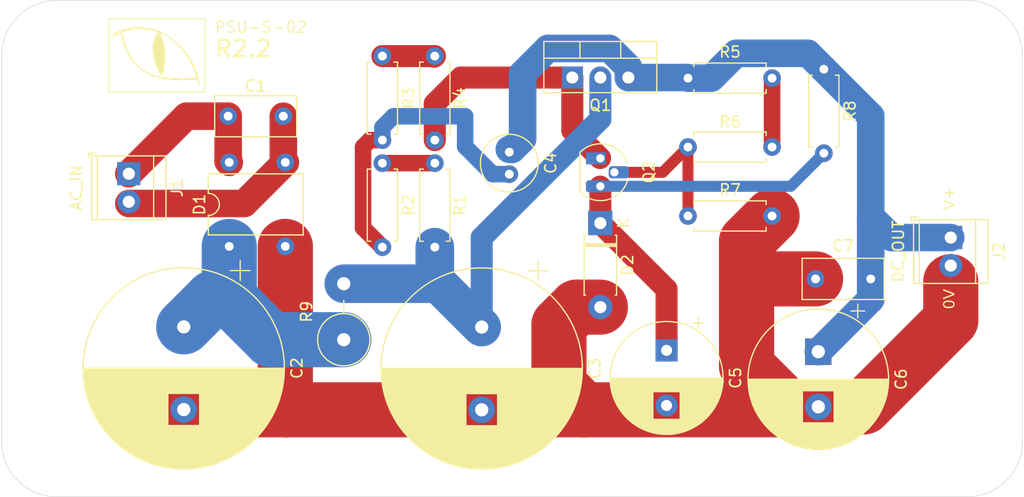
<source format=kicad_pcb>
(kicad_pcb (version 20241229) (generator "pcbnew") (generator_version "9.0")
  (layers (0 "F.Cu" signal) (2 "B.Cu" signal) (13 "F.Paste" user) (15 "B.Paste" user) (5 "F.SilkS" user "F.Silkscreen") (7 "B.SilkS" user "B.Silkscreen") (1 "F.Mask" user) (3 "B.Mask" user) (25 "Edge.Cuts" user))
  (net 0 "")
  (net 1 "AC_1")
  (net 2 "AC_2")
  (net 3 "Net-(D1-+)")
  (net 4 "GND")
  (net 5 "Net-(C4-Pad2)")
  (net 6 "V_OUT")
  (net 7 "Net-(D2-K)")
  (net 8 "Net-(Q1-B)")
  (net 9 "Net-(Q2-B)")
  (net 10 "Net-(R1-Pad2)")
  (net 11 "Net-(R3-Pad1)")
  (net 12 "Net-(R5-Pad2)")
  (net 13 "Net-(Q1-C)")
  (footprint "Resistor_THT:R_Axial_DIN0207_L6.3mm_D2.5mm_P7.62mm_Horizontal" (layer "F.Cu") (at 217.31 60.79 180)
    (property "Reference" "R6")
    (property "Value" "3k3" (hide yes))
  )
  (footprint "Capacitor_THT:C_Radial_D5.0mm_H11.0mm_P2.00mm" (layer "F.Cu") (at 193.5 61.25 -90)
    (property "Reference" "C4")
    (property "Value" "10u")
  )
  (footprint "Resistor_THT:R_Axial_DIN0207_L6.3mm_D2.5mm_P7.62mm_Horizontal" (layer "F.Cu") (at 209.69 67.04)
    (property "Reference" "R7")
    (property "Value" "10k" (hide yes))
  )
  (footprint "MountingHole:MountingHole_3.2mm_M3" (layer "F.Cu") (at 152.5 52.5)
    (property "Reference" "H1")
    (property "Value" "MountingHole")
  )
  (footprint "Capacitor_THT:CP_Radial_D10.0mm_P5.00mm" (layer "F.Cu") (at 207.75 79.232323 -90)
    (property "Reference" "C5")
    (property "Value" "100u" (hide yes))
  )
  (footprint "MountingHole:MountingHole_3.2mm_M3" (layer "F.Cu") (at 235 52.5)
    (property "Reference" "H2")
    (property "Value" "MountingHole")
  )
  (footprint "Capacitor_THT:C_Rect_L7.2mm_W3.5mm_P5.00mm_FKS2_FKP2_MKS2_MKP2" (layer "F.Cu") (at 173.024188 57.99 180)
    (property "Reference" "C1")
    (property "Value" "100n" (hide yes))
  )
  (footprint "Resistor_THT:R_Axial_DIN0414_L11.9mm_D4.5mm_P5.08mm_Vertical" (layer "F.Cu") (at 178.5 78.265 90)
    (property "Reference" "R9")
    (property "Value" "4R7")
  )
  (footprint "MountingHole:MountingHole_3.2mm_M3" (layer "F.Cu") (at 235 87.5)
    (property "Reference" "H4")
    (property "Value" "MountingHole")
  )
  (footprint "TerminalBlock_TE-Connectivity:TerminalBlock_TE_282834-2_1x02_P2.54mm_Horizontal" (layer "F.Cu") (at 233.5 69 -90)
    (property "Reference" "J2")
    (property "Value" "DC_OUT")
  )
  (footprint "Package_TO_SOT_THT:TO-92_HandSolder" (layer "F.Cu") (at 201.75 61.81 -90)
    (property "Reference" "Q2")
    (property "Value" "BC546B")
  )
  (footprint "Resistor_THT:R_Axial_DIN0207_L6.3mm_D2.5mm_P7.62mm_Horizontal" (layer "F.Cu") (at 186.75 69.87 90)
    (property "Reference" "R1")
    (property "Value" "680R" (hide yes))
  )
  (footprint "Diode_THT:Diode_Bridge_DIP-4_W7.62mm_P5.08mm" (layer "F.Cu") (at 168.124188 69.8 90)
    (property "Reference" "D1")
    (property "Value" "B80C800DM")
  )
  (footprint "Capacitor_THT:CP_Radial_D18.0mm_P7.50mm" (layer "F.Cu") (at 164 77.1 -90)
    (property "Reference" "C2")
    (property "Value" "2200u" (hide yes))
  )
  (footprint "TerminalBlock_TE-Connectivity:TerminalBlock_TE_282834-2_1x02_P2.54mm_Horizontal" (layer "F.Cu") (at 159.024188 63.21 -90)
    (property "Reference" "J1")
    (property "Value" "AC_IN")
  )
  (footprint "Resistor_THT:R_Axial_DIN0207_L6.3mm_D2.5mm_P7.62mm_Horizontal" (layer "F.Cu") (at 182 62.25 -90)
    (property "Reference" "R2")
    (property "Value" "120R" (hide yes))
  )
  (footprint "Capacitor_THT:CP_Radial_D12.5mm_P5.00mm" (layer "F.Cu") (at 221.5 79.35 -90)
    (property "Reference" "C6")
    (property "Value" "470u")
  )
  (footprint "Resistor_THT:R_Axial_DIN0207_L6.3mm_D2.5mm_P7.62mm_Horizontal" (layer "F.Cu") (at 222 53.73 -90)
    (property "Reference" "R8")
    (property "Value" "1k2")
  )
  (footprint "MountingHole:MountingHole_3.2mm_M3" (layer "F.Cu") (at 152.5 87.5)
    (property "Reference" "H3")
    (property "Value" "MountingHole")
  )
  (footprint "Capacitor_THT:CP_Radial_D18.0mm_P7.50mm" (layer "F.Cu") (at 191 77.12222 -90)
    (property "Reference" "C3")
    (property "Value" "2200u" (hide yes))
  )
  (footprint "Resistor_THT:R_Axial_DIN0207_L6.3mm_D2.5mm_P7.62mm_Horizontal" (layer "F.Cu") (at 209.69 54.54)
    (property "Reference" "R5")
    (property "Value" "5k6" (hide yes))
  )
  (footprint "Diode_THT:D_DO-41_SOD81_P7.62mm_Horizontal" (layer "F.Cu") (at 201.75 67.69 -90)
    (property "Reference" "D2")
    (property "Value" "12V")
  )
  (footprint "Package_TO_SOT_THT:TO-220-3_Vertical" (layer "F.Cu") (at 199.21 54.485)
    (property "Reference" "Q1")
    (property "Value" "TIP122" (hide yes))
  )
  (footprint "Capacitor_THT:C_Rect_L7.2mm_W3.5mm_P5.00mm_FKS2_FKP2_MKS2_MKP2" (layer "F.Cu") (at 226.25 72.75 180)
    (property "Reference" "C7")
    (property "Value" "100n" (hide yes))
  )
  (footprint "Resistor_THT:R_Axial_DIN0207_L6.3mm_D2.5mm_P7.62mm_Horizontal" (layer "F.Cu") (at 182 52.54 -90)
    (property "Reference" "R3")
    (property "Value" "120R" (hide yes))
  )
  (footprint "Resistor_THT:R_Axial_DIN0207_L6.3mm_D2.5mm_P7.62mm_Horizontal" (layer "F.Cu") (at 186.75 60.16 90)
    (property "Reference" "R4")
    (property "Value" "680R" (hide yes))
  )
  (gr_poly (pts (xy 161.822427 50.415207) (xy 161.822385 50.415537) (xy 161.822353 50.415871) (xy 161.822312 50.416547) (xy 161.822284 50.417227) (xy 161.82225 50.417906) (xy 161.822223 50.418242) (xy 161.822188 50.418575) (xy 161.82214 50.418904) (xy 161.822078 50.419228) (xy 161.822 50.419546) (xy 161.821902 50.419858) (xy 161.821782 50.420163) (xy 161.821637 50.42046) (xy 161.821253 50.421065) (xy 161.820678 50.421831) (xy 161.819938 50.422733) (xy 161.819061 50.423745) (xy 161.817011 50.426) (xy 161.814749 50.42839) (xy 161.810477 50.432766) (xy 161.808025 50.435245) (xy 161.79985 50.443837) (xy 161.791745 50.452495) (xy 161.775623 50.469894) (xy 161.764198 50.482458) (xy 161.753039 50.495247) (xy 161.742136 50.508248) (xy 161.731478 50.521449) (xy 161.721055 50.534836) (xy 161.710856 50.548397) (xy 161.70087 50.562119) (xy 161.691087 50.57599) (xy 161.678491 50.594827) (xy 161.666251 50.613891) (xy 161.654336 50.63316) (xy 161.642712 50.652609) (xy 161.631349 50.672213) (xy 161.620212 50.691949) (xy 161.598492 50.731714) (xy 161.586382 50.754606) (xy 161.574901 50.777796) (xy 161.56397 50.801244) (xy 161.553511 50.824909) (xy 161.543445 50.84875) (xy 161.533692 50.872726) (xy 161.514815 50.92092) (xy 161.504716 50.947578) (xy 161.495272 50.974451) (xy 161.486399 51.001508) (xy 161.47801 51.028721) (xy 161.470021 51.056059) (xy 161.462347 51.083493) (xy 161.447602 51.138524) (xy 161.440231 51.167356) (xy 161.433408 51.196312) (xy 161.427108 51.225381) (xy 161.421304 51.254552) (xy 161.41597 51.283813) (xy 161.41108 51.313154) (xy 161.406606 51.342563) (xy 161.402524 51.372029) (xy 161.387867 51.488895) (xy 161.37385 51.60584) (xy 161.370696 51.636145) (xy 161.36802 51.666485) (xy 161.365768 51.696855) (xy 161.363887 51.727251) (xy 161.361028 51.788097) (xy 161.359024 51.848981) (xy 161.358154 51.881748) (xy 161.357919 51.914514) (xy 161.358242 51.947277) (xy 161.359046 51.980034) (xy 161.361786 52.045519) (xy 161.36552 52.11095) (xy 161.369888 52.175343) (xy 161.375356 52.239647) (xy 161.381862 52.303853) (xy 161.389341 52.367956) (xy 161.393068 52.399554) (xy 161.397136 52.431101) (xy 161.406133 52.494068) (xy 161.416016 52.556904) (xy 161.426466 52.619657) (xy 161.437316 52.681204) (xy 161.449139 52.742557) (xy 161.462086 52.803678) (xy 161.469026 52.834139) (xy 161.476303 52.864527) (xy 161.483809 52.895524) (xy 161.491697 52.926419) (xy 161.499942 52.957216) (xy 161.508518 52.987921) (xy 161.526565 53.049078) (xy 161.545636 53.109931) (xy 161.555066 53.138901) (xy 161.564808 53.167759) (xy 161.585121 53.225181) (xy 161.606362 53.282268) (xy 161.628315 53.339093) (xy 161.671355 53.445432) (xy 161.714774 53.551616) (xy 161.755021 53.648068) (xy 161.775485 53.696149) (xy 161.796392 53.744041) (xy 161.815729 53.7881) (xy 161.835581 53.831935) (xy 161.855914 53.875549) (xy 161.876697 53.918945) (xy 161.885771 53.938331) (xy 161.895077 53.957597) (xy 161.904596 53.976753) (xy 161.914309 53.995809) (xy 161.934244 54.03366) (xy 161.954731 54.071234) (xy 161.963297 54.086723) (xy 161.972004 54.102129) (xy 161.989771 54.132734) (xy 162.0079 54.163128) (xy 162.026258 54.193388) (xy 162.027042 54.194901) (xy 162.02855 54.197383) (xy 162.033264 54.204689) (xy 162.039449 54.21417) (xy 162.046154 54.224687) (xy 162.052428 54.235103) (xy 162.055105 54.239917) (xy 162.057319 54.24428) (xy 162.058949 54.248049) (xy 162.059508 54.249666) (xy 162.059877 54.251081) (xy 162.060041 54.252277) (xy 162.059984 54.253235) (xy 162.059693 54.253938) (xy 162.059151 54.254368) (xy 162.057957 54.254763) (xy 162.056503 54.255045) (xy 162.052894 54.255293) (xy 162.048479 54.255167) (xy 162.043414 54.254718) (xy 162.037854 54.254) (xy 162.031953 54.253064) (xy 162.019748 54.250753) (xy 162.00804 54.248205) (xy 161.998067 54.245842) (xy 161.988287 54.243356) (xy 161.960917 54.231247) (xy 161.908841 54.199975) (xy 161.893881 54.190663) (xy 161.879621 54.181467) (xy 161.866797 54.172744) (xy 161.861155 54.168671) (xy 161.856148 54.16485) (xy 161.852203 54.161494) (xy 161.84853 54.157906) (xy 161.8451 54.154111) (xy 161.841884 54.150134) (xy 161.838856 54.146001) (xy 161.835984 54.141737) (xy 161.833243 54.137366) (xy 161.830602 54.132915) (xy 161.820476 54.114809) (xy 161.815277 54.105928) (xy 161.812544 54.101619) (xy 161.809683 54.097432) (xy 161.791951 54.067149) (xy 161.774561 54.03667) (xy 161.757472 54.00602) (xy 161.740645 53.975225) (xy 161.720978 53.937425) (xy 161.70188 53.899335) (xy 161.683235 53.86102) (xy 161.664926 53.822545) (xy 161.625198 53.735202) (xy 161.605594 53.691414) (xy 161.58624 53.647513) (xy 161.546648 53.552087) (xy 161.527267 53.504206) (xy 161.50838 53.456125) (xy 161.46843 53.351832) (xy 161.448951 53.299499) (xy 161.43005 53.246953) (xy 161.409671 53.190401) (xy 161.389938 53.133621) (xy 161.371074 53.076549) (xy 161.362038 53.047884) (xy 161.353302 53.019121) (xy 161.335588 52.958476) (xy 161.318922 52.897538) (xy 161.311064 52.866945) (xy 161.303565 52.836261) (xy 161.296458 52.805482) (xy 161.289777 52.774601) (xy 161.277531 52.713794) (xy 161.265626 52.652917) (xy 161.254553 52.591889) (xy 161.249482 52.561293) (xy 161.244802 52.53063) (xy 161.236243 52.468505) (xy 161.228501 52.406269) (xy 161.221571 52.343938) (xy 161.215445 52.281525) (xy 161.205284 52.153956) (xy 161.200599 52.090144) (xy 161.196871 52.026262) (xy 161.193585 51.960441) (xy 161.191322 51.894586) (xy 161.190681 51.861647) (xy 161.190425 51.828703) (xy 161.190598 51.795752) (xy 161.191241 51.762797) (xy 161.194034 51.701815) (xy 161.197867 51.640891) (xy 161.202749 51.580041) (xy 161.208691 51.519281) (xy 161.215787 51.461336) (xy 161.219694 51.432409) (xy 161.223962 51.40354) (xy 161.22868 51.374746) (xy 161.233938 51.346048) (xy 161.239826 51.317464) (xy 161.246436 51.289014) (xy 161.259447 51.23144) (xy 161.272932 51.173981) (xy 161.287353 51.116756) (xy 161.295058 51.088268) (xy 161.30317 51.059881) (xy 161.319967 51.005361) (xy 161.337758 50.951169) (xy 161.356554 50.897316) (xy 161.376365 50.843812) (xy 161.395676 50.795287) (xy 161.405701 50.771183) (xy 161.416024 50.74721) (xy 161.426685 50.723387) (xy 161.437722 50.699733) (xy 161.449174 50.676266) (xy 161.461081 50.653006) (xy 161.482732 50.61269) (xy 161.493802 50.592668) (xy 161.505077 50.572762) (xy 161.516588 50.552993) (xy 161.528364 50.533381) (xy 161.540437 50.513945) (xy 161.552836 50.494706) (xy 161.562597 50.480474) (xy 161.572469 50.466342) (xy 161.582507 50.452348) (xy 161.592769 50.438532) (xy 161.603311 50.424933) (xy 161.61419 50.41159) (xy 161.625462 50.398544) (xy 161.631264 50.392144) (xy 161.637185 50.385833) (xy 161.641995 50.380439) (xy 161.647756 50.373845) (xy 161.654203 50.366532) (xy 161.661069 50.358984) (xy 161.664575 50.355273) (xy 161.668087 50.351684) (xy 161.671571 50.348278) (xy 161.674993 50.345115) (xy 161.67832 50.342255) (xy 161.681519 50.339759) (xy 161.684557 50.337688) (xy 161.686004 50.33683) (xy 161.687399 50.336101) (xy 161.68791 50.335868) (xy 161.68843 50.335658) (xy 161.688956 50.335468) (xy 161.68949 50.335297) (xy 161.69003 50.335141) (xy 161.690574 50.334999) (xy 161.691675 50.334746) (xy 161.693896 50.334295) (xy 161.695004 50.33406) (xy 161.6961 50.333794)) (stroke (width -0.000001)) (fill yes) (layer "F.SilkS"))
  (gr_poly (pts (xy 162.033788 54.129899) (xy 162.034729 54.130872) (xy 162.035641 54.131874) (xy 162.036524 54.132904) (xy 162.037378 54.13396) (xy 162.038203 54.13504) (xy 162.039 54.136143) (xy 162.039768 54.137268) (xy 162.040507 54.138413) (xy 162.041216 54.139576) (xy 162.041897 54.140755) (xy 162.042549 54.141951) (xy 162.043172 54.14316) (xy 162.043765 54.144381) (xy 162.04433 54.145613) (xy 162.044865 54.146855) (xy 162.045371 54.148104) (xy 162.050089 54.154025) (xy 162.05477 54.15997) (xy 162.057067 54.162975) (xy 162.05932 54.166012) (xy 162.061518 54.16909) (xy 162.063648 54.17222) (xy 162.064679 54.173356) (xy 162.065666 54.174523) (xy 162.066612 54.175717) (xy 162.067518 54.176938) (xy 162.06839 54.178182) (xy 162.069228 54.179447) (xy 162.070036 54.180733) (xy 162.070818 54.182035) (xy 162.072312 54.184685) (xy 162.073733 54.187379) (xy 162.076454 54.192834) (xy 162.077445 54.194581) (xy 162.078475 54.196315) (xy 162.079538 54.198036) (xy 162.080631 54.199743) (xy 162.081749 54.201436) (xy 162.082889 54.203113) (xy 162.084045 54.204774) (xy 162.085214 54.206418) (xy 162.088342 54.211433) (xy 162.089923 54.213924) (xy 162.09073 54.21516) (xy 162.091554 54.216388) (xy 162.091991 54.217187) (xy 162.092437 54.217981) (xy 162.093337 54.219567) (xy 162.09378 54.220363) (xy 162.094213 54.221165) (xy 162.094629 54.221976) (xy 162.095023 54.222798) (xy 162.095161 54.223109) (xy 162.095306 54.223416) (xy 162.095459 54.223718) (xy 162.095619 54.224017) (xy 162.095785 54.224312) (xy 162.095958 54.224604) (xy 162.096137 54.224893) (xy 162.096321 54.225178) (xy 162.096703 54.225741) (xy 162.097102 54.226294) (xy 162.097513 54.226839) (xy 162.097933 54.227378) (xy 162.098227 54.227811) (xy 162.098428 54.228178) (xy 162.098542 54.228481) (xy 162.098575 54.228725) (xy 162.098532 54.228913) (xy 162.098418 54.229047) (xy 162.098239 54.229132) (xy 162.098 54.229172) (xy 162.097707 54.229169) (xy 162.097366 54.229127) (xy 162.096558 54.22894) (xy 162.09562 54.228639) (xy 162.094596 54.228252) (xy 162.093529 54.227806) (xy 162.092462 54.22733) (xy 162.090505 54.226395) (xy 162.088513 54.225378) (xy 162.05295 54.209832) (xy 161.998237 54.185552) (xy 161.96617 54.171205) (xy 161.91099 54.146319) (xy 161.875063 54.12988) (xy 161.874507 54.12963) (xy 161.873829 54.129352) (xy 161.872185 54.128708) (xy 161.870287 54.12794) (xy 161.869291 54.127508) (xy 161.868289 54.127042) (xy 161.8673 54.126542) (xy 161.866345 54.126007) (xy 161.865442 54.125435) (xy 161.86461 54.124826) (xy 161.864228 54.124507) (xy 161.86387 54.124179) (xy 161.86354 54.123841) (xy 161.86324 54.123493) (xy 161.862973 54.123135) (xy 161.86274 54.122767) (xy 161.862545 54.122389) (xy 161.862389 54.122) (xy 161.862321 54.12172) (xy 161.862245 54.121444) (xy 161.86216 54.121171) (xy 161.862068 54.120901) (xy 161.861968 54.120633) (xy 161.86186 54.120369) (xy 161.861746 54.120108) (xy 161.861626 54.119849) (xy 161.8615 54.119593) (xy 161.861368 54.11934) (xy 161.861231 54.119089) (xy 161.861089 54.11884) (xy 161.860791 54.118351) (xy 161.860479 54.11787) (xy 161.859987 54.117074) (xy 161.859512 54.116268) (xy 161.859049 54.115455) (xy 161.858596 54.114637) (xy 161.856802 54.11136) (xy 161.856317 54.110193) (xy 161.855808 54.109039) (xy 161.855282 54.107893) (xy 161.854743 54.106753) (xy 161.853652 54.104478) (xy 161.85258 54.10219) (xy 161.85191 54.10036) (xy 161.851192 54.098545) (xy 161.849704 54.094928) (xy 161.848978 54.093112) (xy 161.848294 54.091281) (xy 161.847974 54.090358) (xy 161.847674 54.089428) (xy 161.847395 54.08849) (xy 161.84714 54.087544) (xy 161.845536 54.083278) (xy 161.844763 54.081112) (xy 161.844405 54.08002) (xy 161.844074 54.078923) (xy 161.843775 54.077821) (xy 161.843516 54.076713) (xy 161.843302 54.075599) (xy 161.843138 54.07448) (xy 161.843032 54.073354) (xy 161.842989 54.072223) (xy 161.843015 54.071086) (xy 161.843116 54.069944) (xy 161.843158 54.068879) (xy 161.843231 54.067828) (xy 161.843332 54.066789) (xy 161.843461 54.065761) (xy 161.843617 54.064743) (xy 161.843798 54.063734) (xy 161.844004 54.062733) (xy 161.844234 54.061737) (xy 161.844486 54.060748) (xy 161.84476 54.059761) (xy 161.84537 54.057796) (xy 161.846054 54.055832) (xy 161.846804 54.05386) (xy 161.846588 54.052637) (xy 161.846417 54.051489) (xy 161.846294 54.05041) (xy 161.846223 54.049392) (xy 161.846208 54.048426) (xy 161.846251 54.047506) (xy 161.846296 54.047061) (xy 161.846357 54.046624) (xy 161.846435 54.046195) (xy 161.84653 54.045773) (xy 161.846641 54.045357) (xy 161.846771 54.044945) (xy 161.846919 54.044537) (xy 161.847086 54.044132) (xy 161.847272 54.043729) (xy 161.847477 54.043328) (xy 161.847703 54.042926) (xy 161.847948 54.042524) (xy 161.848215 54.042119) (xy 161.848504 54.041713) (xy 161.849146 54.040887) (xy 161.849879 54.040039) (xy 161.850706 54.039162)) (stroke (width -0.000001)) (fill yes) (layer "F.SilkS"))
  (gr_poly (pts (xy 159.931836 49.946699) (xy 159.972003 49.947217) (xy 159.972006 49.947217) (xy 160.032257 49.948655) (xy 160.092499 49.950834) (xy 160.21294 49.957164) (xy 160.333295 49.965704) (xy 160.453527 49.97595) (xy 160.554331 49.987468) (xy 160.654887 50.001142) (xy 160.755196 50.01686) (xy 160.855258 50.034505) (xy 160.95507 50.053966) (xy 161.054634 50.075126) (xy 161.153948 50.097873) (xy 161.253012 50.122093) (xy 161.342015 50.145457) (xy 161.43028 50.171656) (xy 161.517863 50.200446) (xy 161.604819 50.231585) (xy 161.691205 50.264827) (xy 161.777075 50.299929) (xy 161.862486 50.336648) (xy 161.947492 50.374739) (xy 162.023236 50.411223) (xy 162.0981 50.449874) (xy 162.172174 50.490442) (xy 162.245551 50.532675) (xy 162.318322 50.576325) (xy 162.390579 50.621141) (xy 162.533917 50.713271) (xy 162.619875 50.768574) (xy 162.705075 50.825297) (xy 162.789526 50.883417) (xy 162.873236 50.942907) (xy 162.956215 51.003742) (xy 163.038472 51.065898) (xy 163.120015 51.129348) (xy 163.200853 51.194069) (xy 163.257141 51.241127) (xy 163.31285 51.289069) (xy 163.368003 51.337848) (xy 163.422623 51.387419) (xy 163.476732 51.437736) (xy 163.530354 51.488752) (xy 163.583511 51.540423) (xy 163.636227 51.592701) (xy 163.687311 51.645042) (xy 163.737736 51.698193) (xy 163.787549 51.75209) (xy 163.8368 51.806671) (xy 163.885534 51.86187) (xy 163.933801 51.917627) (xy 164.029123 52.030555) (xy 164.075835 52.087475) (xy 164.121915 52.145071) (xy 164.167433 52.203263) (xy 164.212457 52.261972) (xy 164.301301 52.380625) (xy 164.388998 52.500397) (xy 164.432536 52.561082) (xy 164.474531 52.623083) (xy 164.515173 52.686229) (xy 164.554652 52.750353) (xy 164.593159 52.815284) (xy 164.630882 52.880854) (xy 164.704741 53.013234) (xy 164.774708 53.147638) (xy 164.842509 53.283516) (xy 164.908606 53.420523) (xy 164.973458 53.558317) (xy 164.99906 53.614774) (xy 165.024097 53.671549) (xy 165.072548 53.786) (xy 165.118958 53.901577) (xy 165.163473 54.018185) (xy 165.18129 54.068078) (xy 165.198059 54.118447) (xy 165.213887 54.16923) (xy 165.228883 54.220363) (xy 165.243153 54.271784) (xy 165.256806 54.323432) (xy 165.282691 54.427153) (xy 165.303337 54.516045) (xy 165.324544 54.604759) (xy 165.367181 54.782118) (xy 165.401705 54.938142) (xy 165.418222 55.016356) (xy 165.43374 55.094864) (xy 165.444282 55.149227) (xy 165.437682 55.146821) (xy 165.431101 55.144343) (xy 165.424542 55.141791) (xy 165.418004 55.139158) (xy 165.411488 55.13644) (xy 165.404997 55.133633) (xy 165.39853 55.130731) (xy 165.392089 55.12773) (xy 165.371817 55.118279) (xy 165.351658 55.108548) (xy 165.341633 55.103537) (xy 165.331651 55.098409) (xy 165.321717 55.093146) (xy 165.311835 55.087733) (xy 165.305993 55.084322) (xy 165.29266 55.016264) (xy 165.275692 54.937072) (xy 165.257589 54.858238) (xy 165.219952 54.700986) (xy 165.19813 54.611198) (xy 165.175541 54.521664) (xy 165.12926 54.342972) (xy 165.100999 54.238653) (xy 165.086281 54.186701) (xy 165.070976 54.134986) (xy 165.054937 54.083583) (xy 165.038017 54.032567) (xy 165.02007 53.98201) (xy 165.000948 53.931989) (xy 164.954435 53.815085) (xy 164.906252 53.699103) (xy 164.856208 53.584183) (xy 164.830428 53.527166) (xy 164.804112 53.470467) (xy 164.73879 53.33317) (xy 164.672754 53.196318) (xy 164.605037 53.060593) (xy 164.570246 52.993366) (xy 164.534672 52.926676) (xy 164.496951 52.859686) (xy 164.458527 52.793271) (xy 164.419307 52.727515) (xy 164.3792 52.662504) (xy 164.338115 52.598323) (xy 164.29596 52.535058) (xy 164.252644 52.472794) (xy 164.208076 52.411616) (xy 164.119651 52.291977) (xy 164.030148 52.173391) (xy 163.984805 52.114709) (xy 163.938969 52.056548) (xy 163.892563 51.998995) (xy 163.845514 51.942136) (xy 163.797955 51.885683) (xy 163.750015 51.829671) (xy 163.701652 51.774162) (xy 163.652818 51.719215) (xy 163.60347 51.664889) (xy 163.553564 51.611246) (xy 163.503053 51.558345) (xy 163.451894 51.506245) (xy 163.399231 51.454482) (xy 163.346187 51.403242) (xy 163.292724 51.352594) (xy 163.238803 51.302609) (xy 163.184385 51.253353) (xy 163.129431 51.204898) (xy 163.073903 51.157311) (xy 163.017761 51.110662) (xy 162.958308 51.062925) (xy 162.898583 51.015717) (xy 162.838424 50.969252) (xy 162.777672 50.923749) (xy 162.735849 50.893232) (xy 162.714859 50.878126) (xy 162.693802 50.863132) (xy 162.685256 50.857217) (xy 162.676622 50.851449) (xy 162.659239 50.840108) (xy 162.650565 50.834411) (xy 162.641954 50.828613) (xy 162.633444 50.822653) (xy 162.625071 50.816469) (xy 162.495966 50.733805) (xy 162.430921 50.693553) (xy 162.365444 50.654292) (xy 162.299453 50.616228) (xy 162.23287 50.579566) (xy 162.165616 50.544511) (xy 162.09761 50.511268) (xy 162.012592 50.472436) (xy 161.927136 50.435024) (xy 161.841191 50.399266) (xy 161.754709 50.3654) (xy 161.667639 50.33366) (xy 161.579932 50.304283) (xy 161.491538 50.277503) (xy 161.402407 50.253557) (xy 161.302931 50.228519) (xy 161.203202 50.204983) (xy 161.10322 50.183046) (xy 161.002984 50.162806) (xy 160.902491 50.144359) (xy 160.80174 50.127803) (xy 160.70073 50.113234) (xy 160.599458 50.100751) (xy 160.491849 50.090637) (xy 160.384136 50.08174) (xy 160.276341 50.074424) (xy 160.168481 50.069055) (xy 160.060575 50.065997) (xy 159.952643 50.065616) (xy 159.844702 50.068277) (xy 159.736772 50.074344) (xy 159.635045 50.083125) (xy 159.533358 50.093001) (xy 159.43177 50.104261) (xy 159.330341 50.117196) (xy 159.229132 50.132096) (xy 159.128201 50.149252) (xy 159.027609 50.168955) (xy 158.927416 50.191494) (xy 158.767844 50.234175) (xy 158.688358 50.256961) (xy 158.609199 50.281123) (xy 158.530458 50.306972) (xy 158.45223 50.334817) (xy 158.374609 50.364968) (xy 158.297687 50.397735) (xy 158.185509 50.447862) (xy 158.12981 50.473958) (xy 158.074501 50.501064) (xy 158.019679 50.529419) (xy 157.965442 50.559264) (xy 157.911886 50.59084) (xy 157.859109 50.624387) (xy 157.833874 50.642439) (xy 157.808783 50.660722) (xy 157.783891 50.67933) (xy 157.759255 50.698358) (xy 157.734931 50.7179) (xy 157.710975 50.73805) (xy 157.687443 50.758903) (xy 157.664392 50.780553) (xy 157.572201 50.71849) (xy 157.580554 50.704679) (xy 157.589454 50.691375) (xy 157.598856 50.678544) (xy 157.608716 50.666156) (xy 157.618988 50.654181) (xy 157.629628 50.642586) (xy 157.640592 50.631341) (xy 157.651835 50.620414) (xy 157.663312 50.609774) (xy 157.674978 50.599391) (xy 157.698701 50.579267) (xy 157.746454 50.540723) (xy 157.771112 50.521758) (xy 157.796123 50.5035) (xy 157.821462 50.485905) (xy 157.847105 50.468931) (xy 157.873027 50.452535) (xy 157.899203 50.436675) (xy 157.952221 50.406395) (xy 158.005959 50.377752) (xy 158.060222 50.350407) (xy 158.114811 50.324022) (xy 158.169529 50.298257) (xy 158.245195 50.263314) (xy 158.321721 50.23139) (xy 158.398991 50.202129) (xy 158.476889 50.175173) (xy 158.555298 50.150168) (xy 158.634104 50.126755) (xy 158.713188 50.104579) (xy 158.792437 50.083282) (xy 158.891909 50.059271) (xy 158.991845 50.038392) (xy 159.092171 50.020288) (xy 159.192816 50.004599) (xy 159.293707 49.990969) (xy 159.394774 49.979038) (xy 159.597142 49.958845) (xy 159.650672 49.954691) (xy 159.704221 49.951442) (xy 159.75778 49.949052) (xy 159.811341 49.947477) (xy 159.851508 49.946807) (xy 159.891672 49.946555)) (stroke (width 0.064768)) (fill yes) (layer "F.SilkS"))
  (gr_poly (pts (xy 165.908168 55.815126) (xy 157.201015 55.815126) (xy 157.201015 49.155589) (xy 165.908168 49.155589)) (stroke (width 0.076499)) (fill no) (layer "F.SilkS"))
  (gr_poly (pts (xy 161.743159 50.490874) (xy 161.752731 50.491565) (xy 161.761904 50.492906) (xy 161.77069 50.494869) (xy 161.779101 50.497424) (xy 161.787149 50.500545) (xy 161.794845 50.504203) (xy 161.802201 50.50837) (xy 161.80923 50.513018) (xy 161.815944 50.51812) (xy 161.822353 50.523646) (xy 161.82847 50.529569) (xy 161.834308 50.535861) (xy 161.845191 50.549441) (xy 161.855096 50.564159) (xy 161.86412 50.579792) (xy 161.872356 50.596117) (xy 161.879902 50.612907) (xy 161.886851 50.62994) (xy 161.893299 50.64699) (xy 161.905072 50.680247) (xy 161.955083 50.832681) (xy 162.001949 50.986226) (xy 162.0454 51.140822) (xy 162.085163 51.296407) (xy 162.120968 51.452921) (xy 162.152541 51.610304) (xy 162.179613 51.768494) (xy 162.20191 51.927432) (xy 162.211978 52.049337) (xy 162.219181 52.171441) (xy 162.223781 52.293691) (xy 162.226038 52.416035) (xy 162.226213 52.538419) (xy 162.224568 52.660792) (xy 162.216859 52.905291) (xy 162.192252 53.167934) (xy 162.17847 53.299226) (xy 162.162897 53.430303) (xy 162.144931 53.561018) (xy 162.123966 53.691223) (xy 162.099401 53.820772) (xy 162.07063 53.949518) (xy 162.068832 53.960197) (xy 162.066152 53.97041) (xy 162.062641 53.980143) (xy 162.058347 53.989388) (xy 162.05332 53.998134) (xy 162.047609 54.00637) (xy 162.041263 54.014085) (xy 162.034332 54.021269) (xy 162.026864 54.027912) (xy 162.01891 54.034002) (xy 162.010519 54.03953) (xy 162.001739 54.044485) (xy 161.99262 54.048856) (xy 161.983211 54.052632) (xy 161.973562 54.055804) (xy 161.963722 54.05836) (xy 161.953741 54.06029) (xy 161.943666 54.061584) (xy 161.933549 54.06223) (xy 161.923437 54.062219) (xy 161.913381 54.061539) (xy 161.903429 54.060181) (xy 161.893631 54.058134) (xy 161.884036 54.055387) (xy 161.874694 54.051929) (xy 161.865654 54.04775) (xy 161.856964 54.04284) (xy 161.848675 54.037187) (xy 161.840836 54.030783) (xy 161.833495 54.023614) (xy 161.826703 54.015673) (xy 161.820508 54.006946) (xy 161.783565 53.933565) (xy 161.748211 53.85937) (xy 161.714233 53.784489) (xy 161.681418 53.709048) (xy 161.618429 53.556991) (xy 161.557544 53.404214) (xy 161.521356 53.309641) (xy 161.487653 53.21418) (xy 161.456432 53.117894) (xy 161.42769 53.020847) (xy 161.401423 52.923104) (xy 161.37763 52.824728) (xy 161.356306 52.725783) (xy 161.337449 52.626333) (xy 161.321056 52.526441) (xy 161.307123 52.426172) (xy 161.295649 52.32559) (xy 161.286629 52.224758) (xy 161.28006 52.12374) (xy 161.275941 52.022601) (xy 161.274267 51.921404) (xy 161.275036 51.820212) (xy 161.284413 51.676895) (xy 161.297707 51.533233) (xy 161.316087 51.389942) (xy 161.327549 51.31866) (xy 161.34072 51.247739) (xy 161.355746 51.177268) (xy 161.372773 51.107338) (xy 161.391946 51.038038) (xy 161.413413 50.969457) (xy 161.437319 50.901685) (xy 161.463809 50.834811) (xy 161.493031 50.768925) (xy 161.525129 50.704116) (xy 161.534612 50.68885) (xy 161.543856 50.672728) (xy 161.562163 50.638878) (xy 161.571491 50.621629) (xy 161.581113 50.604484) (xy 161.591163 50.587684) (xy 161.601772 50.571467) (xy 161.607328 50.563653) (xy 161.613074 50.556075) (xy 161.619026 50.548762) (xy 161.625202 50.541746) (xy 161.631618 50.535055) (xy 161.63829 50.528721) (xy 161.645235 50.522772) (xy 161.652469 50.517239) (xy 161.66001 50.512153) (xy 161.667874 50.507542) (xy 161.676077 50.503437) (xy 161.684637 50.499867) (xy 161.693569 50.496864) (xy 161.702891 50.494457) (xy 161.712619 50.492675) (xy 161.72277 50.49155) (xy 161.733176 50.490859)) (stroke (width -0.000001)) (fill yes) (layer "F.SilkS"))
  (gr_poly (pts (xy 161.874856 54.118238) (xy 161.8755 54.118362) (xy 161.876145 54.11847) (xy 161.876792 54.118563) (xy 161.878089 54.118713) (xy 161.87939 54.118823) (xy 161.880693 54.118904) (xy 161.881997 54.11897) (xy 161.884604 54.119098) (xy 161.884994 54.119273) (xy 161.885403 54.119446) (xy 161.885828 54.119613) (xy 161.886266 54.119774) (xy 161.886714 54.119926) (xy 161.88717 54.120066) (xy 161.887632 54.120194) (xy 161.888097 54.120307) (xy 161.888562 54.120404) (xy 161.889025 54.120481) (xy 161.889484 54.120538) (xy 161.889935 54.120571) (xy 161.890376 54.12058) (xy 161.890804 54.120562) (xy 161.891218 54.120515) (xy 161.891614 54.120437) (xy 161.892388 54.120004) (xy 161.89307 54.119653) (xy 161.893381 54.119508) (xy 161.893674 54.119383) (xy 161.893951 54.119277) (xy 161.894214 54.119191) (xy 161.894464 54.119124) (xy 161.894704 54.119075) (xy 161.894934 54.119046) (xy 161.895158 54.119034) (xy 161.895375 54.11904) (xy 161.89559 54.119064) (xy 161.895802 54.119106) (xy 161.896014 54.119164) (xy 161.896227 54.119239) (xy 161.896444 54.119331) (xy 161.896665 54.119439) (xy 161.896894 54.119562) (xy 161.897378 54.119857) (xy 161.897911 54.120211) (xy 161.899177 54.121092) (xy 161.899938 54.121614) (xy 161.900804 54.122188) (xy 161.901858 54.12286) (xy 161.90292 54.123521) (xy 161.90506 54.124819) (xy 161.909353 54.127398) (xy 161.938994 54.146272) (xy 161.982544 54.173639) (xy 162.005768 54.188515) (xy 162.047125 54.217039) (xy 162.051232 54.220015) (xy 162.05602 54.223664) (xy 162.073983 54.237656) (xy 162.075322 54.238955) (xy 162.076634 54.240183) (xy 162.079057 54.24242) (xy 162.080108 54.243424) (xy 162.081011 54.244351) (xy 162.081738 54.245197) (xy 162.082026 54.24559) (xy 162.082258 54.245961) (xy 162.08243 54.246312) (xy 162.08254 54.246641) (xy 162.082583 54.246949) (xy 162.082555 54.247235) (xy 162.082453 54.247499) (xy 162.082273 54.24774) (xy 162.082011 54.247959) (xy 162.081663 54.248156) (xy 162.081227 54.248329) (xy 162.080697 54.248479) (xy 162.08007 54.248605) (xy 162.079343 54.248708) (xy 162.078511 54.248786) (xy 162.077571 54.24884) (xy 162.07652 54.24887) (xy 162.075353 54.248875) (xy 162.073719 54.249172) (xy 162.072097 54.249505) (xy 162.068872 54.250217) (xy 162.067259 54.250564) (xy 162.065638 54.250885) (xy 162.064004 54.251164) (xy 162.062354 54.251385) (xy 162.06088 54.251139) (xy 162.059409 54.250875) (xy 162.056467 54.250343) (xy 162.054993 54.2501) (xy 162.053515 54.249889) (xy 162.052031 54.249723) (xy 162.051286 54.249661) (xy 162.050539 54.249615) (xy 161.874214 54.118098)) (stroke (width -0.000001)) (fill yes) (layer "F.SilkS"))
  (gr_poly (pts (xy 158.5 50.5) (xy 158.501097 50.53646) (xy 158.503062 50.572867) (xy 158.505788 50.609219) (xy 158.509167 50.645512) (xy 158.513092 50.68174) (xy 158.517457 50.717902) (xy 158.527078 50.790008) (xy 158.537145 50.85865) (xy 158.548813 50.926911) (xy 158.561922 50.994811) (xy 158.576309 51.062372) (xy 158.591812 51.129617) (xy 158.60827 51.196566) (xy 158.643402 51.329665) (xy 158.666952 51.410525) (xy 158.692509 51.490415) (xy 158.719911 51.569403) (xy 158.748995 51.647557) (xy 158.779598 51.724944) (xy 158.811557 51.801634) (xy 158.844709 51.877694) (xy 158.878891 51.953193) (xy 158.918625 52.03645) (xy 158.959838 52.118684) (xy 159.002342 52.200012) (xy 159.045953 52.280556) (xy 159.090483 52.360434) (xy 159.135749 52.439766) (xy 159.227738 52.597272) (xy 159.276441 52.678195) (xy 159.326955 52.757379) (xy 159.379152 52.834947) (xy 159.432902 52.911024) (xy 159.488076 52.985735) (xy 159.544542 53.059205) (xy 159.602173 53.131558) (xy 159.660838 53.20292) (xy 159.72757 53.277854) (xy 159.79571 53.350918) (xy 159.865155 53.422229) (xy 159.935804 53.491909) (xy 160.007555 53.560075) (xy 160.080306 53.626847) (xy 160.153955 53.692344) (xy 160.228401 53.756685) (xy 160.274874 53.793031) (xy 160.314987 53.823894) (xy 160.33377 53.838038) (xy 160.352296 53.851733) (xy 160.371009 53.865285) (xy 160.390354 53.879003) (xy 160.389496 53.878311) (xy 160.388712 53.877662) (xy 160.388008 53.87706) (xy 160.38739 53.876509) (xy 160.386864 53.876012) (xy 160.386436 53.875574) (xy 160.386111 53.875197) (xy 160.385989 53.875034) (xy 160.385895 53.874887) (xy 160.38583 53.874758) (xy 160.385794 53.874647) (xy 160.385789 53.874554) (xy 160.385815 53.874479) (xy 160.385872 53.874425) (xy 160.385962 53.87439) (xy 160.386085 53.874375) (xy 160.386242 53.874381) (xy 160.386433 53.874408) (xy 160.38666 53.874457) (xy 160.386923 53.874528) (xy 160.387223 53.874622) (xy 160.387936 53.87488) (xy 160.388804 53.875233) (xy 160.397159 53.878941) (xy 160.405417 53.882903) (xy 160.41359 53.887091) (xy 160.421689 53.891477) (xy 160.437709 53.900727) (xy 160.453562 53.910424) (xy 160.485121 53.930237) (xy 160.501001 53.939894) (xy 160.517065 53.949079) (xy 160.558631 53.971644) (xy 160.593479 53.990073) (xy 160.623917 54.00562) (xy 160.652253 54.019537) (xy 160.711853 54.04749) (xy 160.790743 54.083955) (xy 160.90288 54.131713) (xy 161.016078 54.17552) (xy 161.130204 54.215786) (xy 161.245123 54.25292) (xy 161.360703 54.287334) (xy 161.47681 54.319438) (xy 161.593308 54.349641) (xy 161.710066 54.378355) (xy 161.831567 54.404788) (xy 161.953491 54.428009) (xy 162.075775 54.448412) (xy 162.198354 54.466389) (xy 162.321162 54.482334) (xy 162.444135 54.496641) (xy 162.690317 54.521912) (xy 162.799636 54.53167) (xy 162.909019 54.540195) (xy 163.127949 54.553865) (xy 163.347041 54.56356) (xy 163.566232 54.56992) (xy 163.736756 54.57064) (xy 163.907286 54.569585) (xy 164.077807 54.567136) (xy 164.24831 54.56367) (xy 164.738926 54.551267) (xy 164.841041 54.548465) (xy 164.943138 54.544819) (xy 165.147273 54.535661) (xy 165.167646 54.535206) (xy 165.188074 54.534261) (xy 165.229028 54.53197) (xy 165.249518 54.531159) (xy 165.269994 54.530929) (xy 165.28022 54.531115) (xy 165.290436 54.531547) (xy 165.30064 54.532258) (xy 165.310829 54.533281) (xy 165.310935 54.5337) (xy 165.311047 54.534118) (xy 165.311276 54.534953) (xy 165.311502 54.535792) (xy 165.311609 54.536215) (xy 165.31171 54.536641) (xy 165.311885 54.537855) (xy 165.312113 54.539047) (xy 165.312389 54.54022) (xy 165.312707 54.541374) (xy 165.313063 54.542513) (xy 165.31345 54.543639) (xy 165.314294 54.545861) (xy 165.316115 54.550246) (xy 165.317001 54.552447) (xy 165.317419 54.553557) (xy 165.317812 54.554676) (xy 165.318519 54.557895) (xy 165.319198 54.561097) (xy 165.319549 54.562696) (xy 165.319921 54.564293) (xy 165.320321 54.565892) (xy 165.320759 54.567492) (xy 165.321097 54.568229) (xy 165.321418 54.568973) (xy 165.322012 54.570481) (xy 165.322545 54.572013) (xy 165.323023 54.573567) (xy 165.323451 54.575139) (xy 165.323833 54.576728) (xy 165.324176 54.578331) (xy 165.324483 54.579946) (xy 165.324639 54.582222) (xy 165.324857 54.58447) (xy 165.325143 54.586692) (xy 165.325503 54.588892) (xy 165.325943 54.591071) (xy 165.326467 54.593233) (xy 165.326763 54.594309) (xy 165.327082 54.595381) (xy 165.327425 54.596449) (xy 165.327794 54.597516) (xy 165.328286 54.598596) (xy 165.328741 54.599699) (xy 165.329156 54.600822) (xy 165.329533 54.601963) (xy 165.329869 54.60312) (xy 165.330166 54.604291) (xy 165.330421 54.605474) (xy 165.330636 54.606666) (xy 165.33079 54.6078) (xy 165.330928 54.608939) (xy 165.33105 54.610081) (xy 165.331155 54.611225) (xy 165.331244 54.612372) (xy 165.331317 54.61352) (xy 165.331374 54.614668) (xy 165.331415 54.615816) (xy 165.331366 54.616982) (xy 165.33138 54.618133) (xy 165.331451 54.619271) (xy 165.331573 54.620396) (xy 165.331741 54.62151) (xy 165.331949 54.622615) (xy 165.332193 54.623711) (xy 165.332467 54.624799) (xy 165.333082 54.626959) (xy 165.333753 54.629103) (xy 165.334435 54.631242) (xy 165.335087 54.633385) (xy 165.335404 54.634469) (xy 165.335693 54.635553) (xy 165.335955 54.63664) (xy 165.336191 54.637732) (xy 165.336402 54.638829) (xy 165.336589 54.639934) (xy 165.336753 54.641049) (xy 165.336893 54.642175) (xy 165.336895 54.642421) (xy 165.336901 54.64266) (xy 165.336911 54.642893) (xy 165.336926 54.643119) (xy 165.336944 54.643339) (xy 165.336966 54.643554) (xy 165.336993 54.643763) (xy 165.337023 54.643966) (xy 165.337057 54.644165) (xy 165.337096 54.644359) (xy 165.337138 54.644548) (xy 165.337185 54.644733) (xy 165.337235 54.644914) (xy 165.33729 54.645091) (xy 165.337349 54.645265) (xy 165.337411 54.645435) (xy 165.329865 54.645811) (xy 165.322545 54.646237) (xy 165.315508 54.64674) (xy 165.308808 54.647348) (xy 165.302503 54.648088) (xy 165.296647 54.648988) (xy 165.293906 54.649506) (xy 165.291298 54.650074) (xy 165.288831 54.650696) (xy 165.286511 54.651375) (xy 165.187281 54.658999) (xy 165.087976 54.665332) (xy 164.889325 54.67711) (xy 164.401138 54.691579) (xy 164.063483 54.702407) (xy 163.894623 54.705454) (xy 163.81018 54.705607) (xy 163.725727 54.70455) (xy 163.506952 54.698347) (xy 163.288271 54.689289) (xy 163.069727 54.676635) (xy 162.96052 54.668728) (xy 162.851362 54.659643) (xy 162.607057 54.636695) (xy 162.485026 54.623498) (xy 162.36315 54.608672) (xy 162.241483 54.59186) (xy 162.120082 54.5727) (xy 161.999001 54.550835) (xy 161.878295 54.525904) (xy 161.761609 54.497878) (xy 161.645189 54.468329) (xy 161.529158 54.436866) (xy 161.413642 54.403101) (xy 161.298766 54.366645) (xy 161.184655 54.327109) (xy 161.071435 54.284104) (xy 160.95923 54.23724) (xy 160.836824 54.179311) (xy 160.715751 54.117831) (xy 160.596192 54.052621) (xy 160.478327 53.983501) (xy 160.362336 53.910294) (xy 160.248397 53.83282) (xy 160.192254 53.792426) (xy 160.136692 53.750899) (xy 160.081733 53.708216) (xy 160.0274 53.664355) (xy 159.953333 53.599679) (xy 159.880061 53.533846) (xy 159.807693 53.466734) (xy 159.736339 53.398219) (xy 159.666108 53.328181) (xy 159.59711 53.256496) (xy 159.529454 53.183041) (xy 159.463249 53.107696) (xy 159.405729 53.036609) (xy 159.349415 52.964372) (xy 159.294384 52.890917) (xy 159.240717 52.816175) (xy 159.188491 52.740078) (xy 159.137787 52.662558) (xy 159.088683 52.583548) (xy 159.041259 52.502978) (xy 158.951744 52.345896) (xy 158.907787 52.266736) (xy 158.864573 52.187039) (xy 158.822258 52.10671) (xy 158.780996 52.025658) (xy 158.740946 51.943786) (xy 158.702262 51.861002) (xy 158.670413 51.786003) (xy 158.639426 51.710562) (xy 158.609543 51.634579) (xy 158.581005 51.557956) (xy 158.554052 51.480591) (xy 158.528926 51.402386) (xy 158.505867 51.323241) (xy 158.485117 51.243056) (xy 158.453352 51.110514) (xy 158.43842 51.043926) (xy 158.424375 50.977092) (xy 158.411405 50.909984) (xy 158.399699 50.842577) (xy 158.389446 50.774843) (xy 158.380834 50.706757) (xy 158.372938 50.636281) (xy 158.369202 50.600358) (xy 158.36641 50.564279) (xy 158.365555 50.546251) (xy 158.365162 50.528269) (xy 158.365306 50.510359) (xy 158.366061 50.492552) (xy 158.367502 50.474874) (xy 158.369706 50.457354) (xy 158.372747 50.440019) (xy 158.3767 50.422899)) (stroke (width 0.044718)) (fill yes) (layer "F.SilkS"))
  (gr_poly (pts (xy 161.871378 54.114419) (xy 161.8717 54.114446) (xy 161.872025 54.114493) (xy 161.872365 54.114561) (xy 161.872726 54.114655) (xy 161.873119 54.114775) (xy 161.873552 54.114926) (xy 161.874035 54.11511) (xy 161.874575 54.115328) (xy 161.875868 54.115883) (xy 161.878862 54.117239) (xy 161.881827 54.118655) (xy 161.887679 54.121641) (xy 161.893449 54.124797) (xy 161.899156 54.128075) (xy 161.910479 54.134815) (xy 161.916139 54.138185) (xy 161.921828 54.141494) (xy 161.964529 54.165872) (xy 161.988496 54.180767) (xy 162.008113 54.194469) (xy 162.01791 54.201336) (xy 162.027672 54.208253) (xy 162.042779 54.21902) (xy 162.050261 54.224499) (xy 162.05396 54.227293) (xy 162.057622 54.230135) (xy 162.05824 54.23063) (xy 162.058849 54.231136) (xy 162.060042 54.232176) (xy 162.061204 54.233252) (xy 162.062339 54.234358) (xy 162.063451 54.235489) (xy 162.064543 54.236641) (xy 162.065619 54.237808) (xy 162.066682 54.238985) (xy 162.067035 54.239379) (xy 162.067394 54.239787) (xy 162.067571 54.239996) (xy 162.067743 54.24021) (xy 162.067908 54.240427) (xy 162.068064 54.240649) (xy 162.06821 54.240874) (xy 162.068343 54.241104) (xy 162.068462 54.241338) (xy 162.068563 54.241577) (xy 162.068646 54.241819) (xy 162.06868 54.241942) (xy 162.068708 54.242067) (xy 162.068731 54.242192) (xy 162.068748 54.242318) (xy 162.068758 54.242446) (xy 162.068762 54.242575) (xy 162.068758 54.242662) (xy 162.068747 54.242746) (xy 162.068728 54.242826) (xy 162.068702 54.242904) (xy 162.06867 54.242978) (xy 162.068632 54.243049) (xy 162.068588 54.243118) (xy 162.068539 54.243185) (xy 162.068484 54.243249) (xy 162.068425 54.243312) (xy 162.068295 54.243431) (xy 162.06815 54.243544) (xy 162.067994 54.243653) (xy 162.067661 54.243864) (xy 162.067319 54.244075) (xy 162.067152 54.244184) (xy 162.066992 54.244298) (xy 162.066841 54.244418) (xy 162.066702 54.244545) (xy 162.060467 54.24733) (xy 162.058891 54.247978) (xy 162.057294 54.248578) (xy 162.056485 54.248855) (xy 162.055669 54.249115) (xy 162.054844 54.249356) (xy 162.054009 54.249575) (xy 161.860896 54.117312) (xy 161.862992 54.116774) (xy 161.864045 54.1165) (xy 161.865092 54.116205) (xy 161.86561 54.116044) (xy 161.866122 54.115873) (xy 161.866629 54.115689) (xy 161.867129 54.11549) (xy 161.867621 54.115275) (xy 161.868104 54.115041) (xy 161.868577 54.114788) (xy 161.869038 54.114512) (xy 161.869957 54.11445) (xy 161.870713 54.114412) (xy 161.871052 54.114408)) (stroke (width -0.000001)) (fill yes) (layer "F.SilkS"))
  (gr_poly (pts (xy 161.965236 54.169011) (xy 161.991134 54.185515) (xy 162.055626 54.229757) (xy 161.897548 54.127)) (stroke (width -0.000001)) (fill yes) (layer "F.SilkS"))
  (gr_poly (pts (xy 161.818585 50.3798) (xy 161.825485 50.392394) (xy 161.832323 50.405064) (xy 161.83901 50.417841) (xy 161.842269 50.424278) (xy 161.845457 50.430753) (xy 161.85286 50.441759) (xy 161.859983 50.452972) (xy 161.866859 50.464361) (xy 161.873518 50.475894) (xy 161.879994 50.48754) (xy 161.886316 50.499267) (xy 161.898632 50.522841) (xy 161.906778 50.537824) (xy 161.914625 50.552967) (xy 161.922195 50.568254) (xy 161.929512 50.583668) (xy 161.9366 50.599191) (xy 161.943481 50.614806) (xy 161.950178 50.630496) (xy 161.956716 50.646244) (xy 161.964896 50.666609) (xy 161.972852 50.68706) (xy 161.988224 50.728167) (xy 162.0031 50.769461) (xy 162.017746 50.810834) (xy 162.032964 50.856532) (xy 162.047876 50.902322) (xy 162.062503 50.948205) (xy 162.076864 50.994182) (xy 162.090534 51.039275) (xy 162.103956 51.084442) (xy 162.117035 51.129709) (xy 162.129677 51.175101) (xy 162.154632 51.26781) (xy 162.166861 51.314234) (xy 162.178821 51.360722) (xy 162.190779 51.406539) (xy 162.202203 51.452495) (xy 162.213085 51.498583) (xy 162.223417 51.544794) (xy 162.232984 51.588296) (xy 162.241972 51.631919) (xy 162.259022 51.719356) (xy 162.266706 51.760978) (xy 162.274059 51.802656) (xy 162.281024 51.8444) (xy 162.287549 51.88622) (xy 162.290959 51.907757) (xy 162.293998 51.929343) (xy 162.296727 51.95097) (xy 162.299212 51.972627) (xy 162.30796 52.059387) (xy 162.312168 52.103556) (xy 162.315972 52.147757) (xy 162.319297 52.191994) (xy 162.322067 52.236275) (xy 162.324066 52.280334) (xy 162.325742 52.324392) (xy 162.327118 52.368459) (xy 162.328217 52.412544) (xy 162.32908 52.500832) (xy 162.329328 52.544976) (xy 162.329117 52.589122) (xy 162.328953 52.631445) (xy 162.328444 52.673773) (xy 162.326848 52.758414) (xy 162.326119 52.796205) (xy 162.32481 52.833979) (xy 162.321678 52.909515) (xy 162.319931 52.943748) (xy 162.317619 52.977932) (xy 162.316198 52.995001) (xy 162.314572 53.012052) (xy 162.312719 53.029085) (xy 162.310619 53.046096) (xy 162.307234 53.078615) (xy 162.303629 53.1111) (xy 162.300174 53.1436) (xy 162.298617 53.159872) (xy 162.297235 53.176166) (xy 162.294398 53.20609) (xy 162.29133 53.235997) (xy 162.285091 53.295797) (xy 162.280394 53.354512) (xy 162.275381 53.413205) (xy 162.26979 53.473701) (xy 162.26396 53.53418) (xy 162.262079 53.549878) (xy 162.25991 53.565528) (xy 162.257508 53.581141) (xy 162.254931 53.596726) (xy 162.244013 53.658979) (xy 162.238584 53.687976) (xy 162.233636 53.717061) (xy 162.22448 53.775354) (xy 162.216637 53.826221) (xy 162.208563 53.877053) (xy 162.200878 53.919153) (xy 162.198856 53.929662) (xy 162.196691 53.940136) (xy 162.194328 53.950561) (xy 162.191717 53.960924) (xy 162.189795 53.970254) (xy 162.187683 53.979533) (xy 162.185423 53.988773) (xy 162.183061 53.997987) (xy 162.178207 54.016384) (xy 162.173475 54.03482) (xy 162.155957 54.09306) (xy 162.154422 54.098959) (xy 162.152753 54.104812) (xy 162.15095 54.11062) (xy 162.149018 54.116382) (xy 162.146959 54.122101) (xy 162.144774 54.127777) (xy 162.142467 54.133409) (xy 162.14004 54.139) (xy 162.138576 54.14388) (xy 162.137013 54.148715) (xy 162.135351 54.153506) (xy 162.133588 54.158255) (xy 162.131725 54.162965) (xy 162.129759 54.167637) (xy 162.127691 54.172275) (xy 162.125519 54.176879) (xy 162.124012 54.180662) (xy 162.122438 54.184405) (xy 162.120799 54.18811) (xy 162.119093 54.191782) (xy 162.117322 54.195421) (xy 162.115486 54.199032) (xy 162.113585 54.202617) (xy 162.111618 54.206179) (xy 162.110123 54.209204) (xy 162.10859 54.212189) (xy 162.107006 54.215131) (xy 162.105358 54.218029) (xy 162.103633 54.22088) (xy 162.101819 54.223681) (xy 162.100875 54.225062) (xy 162.099903 54.226429) (xy 162.098903 54.227783) (xy 162.097872 54.229124) (xy 162.093722 54.235149) (xy 162.092837 54.236326) (xy 162.09196 54.237382) (xy 162.091067 54.238321) (xy 162.090606 54.238749) (xy 162.09013 54.23915) (xy 162.089638 54.239524) (xy 162.089125 54.239873) (xy 162.088588 54.240196) (xy 162.088025 54.240495) (xy 162.087431 54.24077) (xy 162.086804 54.241021) (xy 162.08614 54.24125) (xy 162.085436 54.241458) (xy 162.084689 54.241644) (xy 162.083895 54.241809) (xy 162.083052 54.241954) (xy 162.082156 54.24208) (xy 162.080192 54.242276) (xy 162.077977 54.242403) (xy 162.072658 54.241171) (xy 162.067358 54.239617) (xy 162.062082 54.237772) (xy 162.056834 54.23567) (xy 162.051619 54.23334) (xy 162.046441 54.230814) (xy 162.041306 54.228125) (xy 162.036217 54.225305) (xy 162.026196 54.219394) (xy 162.016416 54.213335) (xy 162.006913 54.207381) (xy 161.997723 54.201786) (xy 161.972867 54.185456) (xy 161.937408 54.161857) (xy 161.928544 54.15589) (xy 161.919754 54.149849) (xy 161.911072 54.14371) (xy 161.902535 54.137449) (xy 161.902041 54.136602) (xy 161.901607 54.135781) (xy 161.901232 54.134985) (xy 161.900914 54.134212) (xy 161.900652 54.133462) (xy 161.900443 54.132733) (xy 161.900286 54.132023) (xy 161.90018 54.131331) (xy 161.900123 54.130657) (xy 161.900112 54.129998) (xy 161.900148 54.129353) (xy 161.900226 54.128721) (xy 161.900347 54.128101) (xy 161.900509 54.12749) (xy 161.900709 54.126889) (xy 161.900946 54.126295) (xy 161.901219 54.125708) (xy 161.901525 54.125125) (xy 161.901864 54.124546) (xy 161.902233 54.123969) (xy 161.903055 54.122816) (xy 161.903979 54.121655) (xy 161.904991 54.120477) (xy 161.906079 54.11927) (xy 161.908425 54.116726) (xy 161.910132 54.114264) (xy 161.911811 54.11178) (xy 161.913456 54.109271) (xy 161.915062 54.106736) (xy 161.916623 54.104174) (xy 161.918133 54.101584) (xy 161.919588 54.098964) (xy 161.920982 54.096314) (xy 161.922815 54.093045) (xy 161.924606 54.089755) (xy 161.926351 54.086441) (xy 161.92805 54.083103) (xy 161.929698 54.079741) (xy 161.931293 54.076352) (xy 161.932832 54.072937) (xy 161.934314 54.069494) (xy 161.93781 54.060174) (xy 161.941414 54.050902) (xy 161.943297 54.0463) (xy 161.945254 54.041728) (xy 161.947302 54.037193) (xy 161.949456 54.032699) (xy 161.953206 54.021446) (xy 161.956884 54.010172) (xy 161.960594 53.998909) (xy 161.964442 53.987689) (xy 161.969485 53.973635) (xy 161.971935 53.966579) (xy 161.974306 53.959497) (xy 161.976574 53.952383) (xy 161.978717 53.945232) (xy 161.980709 53.938037) (xy 161.982529 53.930794) (xy 161.985298 53.921882) (xy 161.987938 53.912933) (xy 161.990463 53.903951) (xy 161.992886 53.894941) (xy 161.997487 53.876853) (xy 162.001856 53.858706) (xy 162.003964 53.848399) (xy 162.006219 53.83812) (xy 162.010908 53.817592) (xy 162.013211 53.807315) (xy 162.015399 53.797014) (xy 162.017406 53.786674) (xy 162.019167 53.776282) (xy 162.021626 53.763771) (xy 162.023949 53.75123) (xy 162.028289 53.726082) (xy 162.036479 53.675719) (xy 162.041565 53.646697) (xy 162.046936 53.617737) (xy 162.057666 53.559808) (xy 162.060514 53.544396) (xy 162.06319 53.528953) (xy 162.068046 53.497984) (xy 162.072272 53.466922) (xy 162.075908 53.435786) (xy 162.082566 53.375767) (xy 162.085513 53.345716) (xy 162.087999 53.315638) (xy 162.090416 53.28625) (xy 162.092642 53.256855) (xy 162.095014 53.227474) (xy 162.09636 53.212794) (xy 162.09787 53.198126) (xy 162.100685 53.168172) (xy 162.103688 53.138236) (xy 162.109911 53.078392) (xy 162.113594 53.045991) (xy 162.117067 53.013567) (xy 162.120631 52.981154) (xy 162.124587 52.948787) (xy 162.130218 52.881069) (xy 162.132823 52.847195) (xy 162.135026 52.813292) (xy 162.137005 52.775827) (xy 162.138762 52.738354) (xy 162.140303 52.700872) (xy 162.141636 52.663378) (xy 162.14267 52.621265) (xy 162.143308 52.579153) (xy 162.144276 52.494913) (xy 162.143554 52.406596) (xy 162.142466 52.318283) (xy 162.141694 52.274423) (xy 162.140399 52.230576) (xy 162.138563 52.186747) (xy 162.136166 52.142945) (xy 162.133108 52.098926) (xy 162.129674 52.054928) (xy 162.122213 51.966987) (xy 162.117631 51.923758) (xy 162.112352 51.880618) (xy 162.106578 51.837539) (xy 162.100509 51.794491) (xy 162.087143 51.711527) (xy 162.08009 51.670107) (xy 162.072604 51.628764) (xy 162.055595 51.541928) (xy 162.037877 51.455235) (xy 162.017285 51.363715) (xy 162.006406 51.318095) (xy 162.000686 51.295351) (xy 161.994727 51.272662) (xy 161.970789 51.17992) (xy 161.958538 51.133625) (xy 161.945635 51.087506) (xy 161.920442 50.997392) (xy 161.907481 50.95244) (xy 161.900719 50.930045) (xy 161.8937 50.907724) (xy 161.865113 50.816212) (xy 161.850371 50.770602) (xy 161.842727 50.747888) (xy 161.834841 50.725255) (xy 161.820098 50.683912) (xy 161.80481 50.642769) (xy 161.788867 50.601876) (xy 161.780615 50.58154) (xy 161.772157 50.561285) (xy 161.758677 50.53106) (xy 161.744931 50.500959) (xy 161.731233 50.470842) (xy 161.717897 50.440569) (xy 161.71092 50.424351) (xy 161.706984 50.415066) (xy 161.703037 50.405426) (xy 161.699293 50.395755) (xy 161.695968 50.386374) (xy 161.694531 50.381893) (xy 161.693278 50.377605) (xy 161.692239 50.373552) (xy 161.691438 50.369772) (xy 161.691335 50.36913) (xy 161.691258 50.368486) (xy 161.691205 50.367838) (xy 161.691173 50.367189) (xy 161.69116 50.366538) (xy 161.691163 50.365885) (xy 161.691204 50.364575) (xy 161.691352 50.36195) (xy 161.691414 50.36064) (xy 161.691438 50.359334) (xy 161.688547 50.349379) (xy 161.686773 50.342955) (xy 161.686158 50.340499) (xy 161.685962 50.3396) (xy 161.685858 50.338973) (xy 161.685823 50.338603) (xy 161.685805 50.338233) (xy 161.685802 50.337862) (xy 161.685811 50.337491) (xy 161.685832 50.33712) (xy 161.685862 50.336749) (xy 161.685945 50.336005) (xy 161.68615 50.334517) (xy 161.686245 50.333773) (xy 161.686318 50.33303) (xy 161.686934 50.332716) (xy 161.687244 50.332561) (xy 161.687558 50.33241) (xy 161.688961 50.331844) (xy 161.690328 50.331246) (xy 161.691662 50.33061) (xy 161.692968 50.329933) (xy 161.69425 50.32921) (xy 161.694884 50.32883) (xy 161.695513 50.328437) (xy 161.696138 50.328031) (xy 161.69676 50.32761) (xy 161.697379 50.327176) (xy 161.697996 50.326726) (xy 161.700802 50.324742) (xy 161.702201 50.323746) (xy 161.703577 50.322747)) (stroke (width -0.000001)) (fill yes) (layer "F.SilkS"))
  (gr_arc (start 147.5 52.5) (mid 148.964466 48.964466) (end 152.5 47.5) (stroke (width 0.05)) (layer "Edge.Cuts"))
  (gr_line (start 152.5 47.5) (end 235 47.5) (stroke (width 0.05)) (layer "Edge.Cuts"))
  (gr_line (start 240 52.5) (end 240 87.5) (stroke (width 0.05)) (layer "Edge.Cuts"))
  (gr_line (start 235 92.5) (end 152.5 92.5) (stroke (width 0.05)) (layer "Edge.Cuts"))
  (gr_arc (start 235 47.5) (mid 238.535534 48.964466) (end 240 52.5) (stroke (width 0.05)) (layer "Edge.Cuts"))
  (gr_arc (start 240 87.5) (mid 238.535534 91.035534) (end 235 92.5) (stroke (width 0.05)) (layer "Edge.Cuts"))
  (gr_line (start 147.5 87.5) (end 147.5 52.5) (stroke (width 0.05)) (layer "Edge.Cuts"))
  (gr_arc (start 152.5 92.5) (mid 148.964466 91.035534) (end 147.5 87.5) (stroke (width 0.05)) (layer "Edge.Cuts"))
  (gr_text "V+" (at 234 66.5 90) (layer "F.SilkS") (effects (font (size 1 1) (thickness 0.1)) (justify left bottom)))
  (gr_text "0V" (at 234 75.5 90) (layer "F.SilkS") (effects (font (size 1 1) (thickness 0.1)) (justify left bottom)))
  (gr_text "R2.2" (at 166.75 52.75 0) (layer "F.SilkS") (effects (font (size 1.5 1.5) (thickness 0.2)) (justify left bottom)))
  (gr_text "PSU-S-02" (at 166.75 50.5 0) (layer "F.SilkS") (effects (font (size 1 1) (thickness 0.1)) (justify left bottom)))
  (segment (start 173.024188 62) (end 173.204188 62.18) (width 2.5) (layer "F.Cu") (net 1))
  (segment (start 169.474188 65.91) (end 159.024188 65.91) (width 2.5) (layer "F.Cu") (net 1))
  (segment (start 173.024188 57.99) (end 173.024188 62) (width 2.5) (layer "F.Cu") (net 1))
  (segment (start 173.204188 62.18) (end 169.474188 65.91) (width 2.5) (layer "F.Cu") (net 1))
  (segment (start 168.024188 57.99) (end 164.244188 57.99) (width 2.5) (layer "F.Cu") (net 2))
  (segment (start 168.024188 62.08) (end 168.124188 62.18) (width 2.5) (layer "F.Cu") (net 2))
  (segment (start 168.024188 57.99) (end 168.024188 62.08) (width 2.5) (layer "F.Cu") (net 2))
  (segment (start 164.244188 57.99) (end 159.024188 63.21) (width 2.5) (layer "F.Cu") (net 2))
  (segment (start 171.891156 78.265) (end 178.5 78.265) (width 5) (layer "B.Cu") (net 3))
  (segment (start 168.124188 74.498032) (end 166.601968 74.498032) (width 5) (layer "B.Cu") (net 3))
  (segment (start 168.124188 74.498032) (end 171.891156 78.265) (width 5) (layer "B.Cu") (net 3))
  (segment (start 168.124188 69.8) (end 168.124188 74.498032) (width 5) (layer "B.Cu") (net 3))
  (segment (start 166.601968 74.498032) (end 164 77.1) (width 5) (layer "B.Cu") (net 3))
  (segment (start 215 80.65) (end 215 73) (width 5) (layer "F.Cu") (net 4))
  (segment (start 218.7 84.35) (end 225.65 84.35) (width 5) (layer "F.Cu") (net 4))
  (segment (start 215.25 72.75) (end 221.25 72.75) (width 5) (layer "F.Cu") (net 4))
  (segment (start 215 73) (end 215 69.35) (width 5) (layer "F.Cu") (net 4))
  (segment (start 219.72778 84.62222) (end 219.75 84.6) (width 5) (layer "F.Cu") (net 4))
  (segment (start 225.65 84.35) (end 233.5 76.5) (width 5) (layer "F.Cu") (net 4))
  (segment (start 233.5 76.5) (end 233.5 73) (width 5) (layer "F.Cu") (net 4))
  (segment (start 173.204188 84.576408) (end 173.25 84.62222) (width 5) (layer "F.Cu") (net 4))
  (segment (start 215 73) (end 215.25 72.75) (width 5) (layer "F.Cu") (net 4))
  (segment (start 163.25 84.62222) (end 173.25 84.62222) (width 5) (layer "F.Cu") (net 4))
  (segment (start 198 76.91) (end 199.6 75.31) (width 5) (layer "F.Cu") (net 4))
  (segment (start 218.7 84.35) (end 215 80.65) (width 5) (layer "F.Cu") (net 4))
  (segment (start 198 82.37222) (end 200.25 84.62222) (width 5) (layer "F.Cu") (net 4))
  (segment (start 199.6 75.31) (end 201.75 75.31) (width 5) (layer "F.Cu") (net 4))
  (segment (start 200.25 84.62222) (end 219.72778 84.62222) (width 5) (layer "F.Cu") (net 4))
  (segment (start 173.25 84.62222) (end 200.25 84.62222) (width 5) (layer "F.Cu") (net 4))
  (segment (start 215 69.35) (end 217.31 67.04) (width 5) (layer "F.Cu") (net 4))
  (segment (start 173.204188 69.8) (end 173.204188 84.576408) (width 5) (layer "F.Cu") (net 4))
  (segment (start 198 76.91) (end 198 82.37222) (width 5) (layer "F.Cu") (net 4))
  (segment (start 180.86863 60.16) (end 180.25 60.77863) (width 1.5) (layer "F.Cu") (net 5))
  (segment (start 182 60.16) (end 180.86863 60.16) (width 1.5) (layer "F.Cu") (net 5))
  (segment (start 180.25 68.12) (end 182 69.87) (width 1.5) (layer "F.Cu") (net 5))
  (segment (start 180.25 60.77863) (end 180.25 68.12) (width 1.5) (layer "F.Cu") (net 5))
  (segment (start 182 60.16) (end 182 59) (width 1.5) (layer "B.Cu") (net 5))
  (segment (start 182 59) (end 183 58) (width 1.5) (layer "B.Cu") (net 5))
  (segment (start 189.5 58) (end 189.5 60.75) (width 1.5) (layer "B.Cu") (net 5))
  (segment (start 183 58) (end 189.5 58) (width 1.5) (layer "B.Cu") (net 5))
  (segment (start 189.5 60.75) (end 192 63.25) (width 1.5) (layer "B.Cu") (net 5))
  (segment (start 192 63.25) (end 193.5 63.25) (width 1.5) (layer "B.Cu") (net 5))
  (segment (start 211.81 54.54) (end 214.06 52.29) (width 2.5) (layer "B.Cu") (net 6))
  (segment (start 194.705113 54.137387) (end 194.705113 60.044887) (width 2.5) (layer "B.Cu") (net 6))
  (segment (start 194.705113 60.044887) (end 193.75 61) (width 2.5) (layer "B.Cu") (net 6))
  (segment (start 209.635 54.485) (end 209.69 54.54) (width 2.5) (layer "B.Cu") (net 6))
  (segment (start 204.29 54.485) (end 209.635 54.485) (width 2.5) (layer "B.Cu") (net 6))
  (segment (start 228.15 69) (end 233.5 69) (width 2.5) (layer "B.Cu") (net 6))
  (segment (start 204.29 53.560177) (end 202.579823 51.85) (width 2.5) (layer "B.Cu") (net 6))
  (segment (start 193.75 61) (end 193.5 61) (width 2.5) (layer "B.Cu") (net 6))
  (segment (start 204.29 54.485) (end 204.29 53.560177) (width 2.5) (layer "B.Cu") (net 6))
  (segment (start 220.56 52.29) (end 222 53.73) (width 2.5) (layer "B.Cu") (net 6))
  (segment (start 222 53.73) (end 226.25 57.98) (width 2.5) (layer "B.Cu") (net 6))
  (segment (start 202.579823 51.85) (end 196.9925 51.85) (width 2.5) (layer "B.Cu") (net 6))
  (segment (start 209.69 54.54) (end 211.81 54.54) (width 2.5) (layer "B.Cu") (net 6))
  (segment (start 226.25 67.1) (end 226.25 74.6) (width 2.5) (layer "B.Cu") (net 6))
  (segment (start 226.25 67.1) (end 228.15 69) (width 2.5) (layer "B.Cu") (net 6))
  (segment (start 214.06 52.29) (end 220.56 52.29) (width 2.5) (layer "B.Cu") (net 6))
  (segment (start 196.9925 51.85) (end 194.705113 54.137387) (width 2.5) (layer "B.Cu") (net 6))
  (segment (start 226.25 74.6) (end 221.5 79.35) (width 2.5) (layer "B.Cu") (net 6))
  (segment (start 226.25 67.1) (end 226.25 74.35) (width 2.5) (layer "B.Cu") (net 6))
  (segment (start 226.25 57.98) (end 226.25 67.1) (width 2.5) (layer "B.Cu") (net 6))
  (segment (start 201.75 67.69) (end 207.75 73.69) (width 2) (layer "F.Cu") (net 7))
  (segment (start 207.75 73.69) (end 207.75 79.232323) (width 2) (layer "F.Cu") (net 7))
  (segment (start 201.75 64.403584) (end 201.723208 64.376792) (width 2) (layer "F.Cu") (net 7))
  (segment (start 201.75 67.69) (end 201.75 64.403584) (width 2) (layer "F.Cu") (net 7))
  (segment (start 219 64.35) (end 222 61.35) (width 1) (layer "B.Cu") (net 7))
  (segment (start 201.75 64.35) (end 219 64.35) (width 1) (layer "B.Cu") (net 7))
  (segment (start 189.115 54.485) (end 199.21 54.485) (width 2) (layer "F.Cu") (net 8))
  (segment (start 189.115 54.485) (end 186.75 56.85) (width 2) (layer "F.Cu") (net 8))
  (segment (start 186.75 56.85) (end 186.75 60.16) (width 2) (layer "F.Cu") (net 8))
  (segment (start 199.21 54.485) (end 199.21 59.27) (width 2) (layer "F.Cu") (net 8))
  (segment (start 199.21 59.27) (end 201.723208 61.783208) (width 2) (layer "F.Cu") (net 8))
  (segment (start 207.4 63.08) (end 203.02 63.08) (width 1) (layer "F.Cu") (net 9))
  (segment (start 209.69 60.79) (end 209.69 67.04) (width 1) (layer "F.Cu") (net 9))
  (segment (start 207.4 63.08) (end 209.69 60.79) (width 1) (layer "F.Cu") (net 9))
  (segment (start 186.75 62.25) (end 182 62.25) (width 1.5) (layer "F.Cu") (net 10))
  (segment (start 186.69 52.6) (end 186.75 52.54) (width 2) (layer "F.Cu") (net 11))
  (segment (start 186.75 52.54) (end 182 52.54) (width 2) (layer "F.Cu") (net 11))
  (segment (start 217.31 54.54) (end 217.31 60.79) (width 1.5) (layer "F.Cu") (net 12))
  (segment (start 191 69) (end 201.75 58.25) (width 2) (layer "B.Cu") (net 13))
  (segment (start 186.75 69.87) (end 186.75 72.87222) (width 3.5) (layer "B.Cu") (net 13))
  (segment (start 191 77.12222) (end 191 69) (width 2) (layer "B.Cu") (net 13))
  (segment (start 201.75 58.25) (end 201.75 54.485) (width 2) (layer "B.Cu") (net 13))
  (segment (start 178.5 73.185) (end 187.06278 73.185) (width 3.5) (layer "B.Cu") (net 13))
  (segment (start 187.06278 73.185) (end 191 77.12222) (width 3.5) (layer "B.Cu") (net 13))
  (segment (start 186.75 72.87222) (end 187.06278 73.185) (width 3.5) (layer "B.Cu") (net 13))
)
</source>
